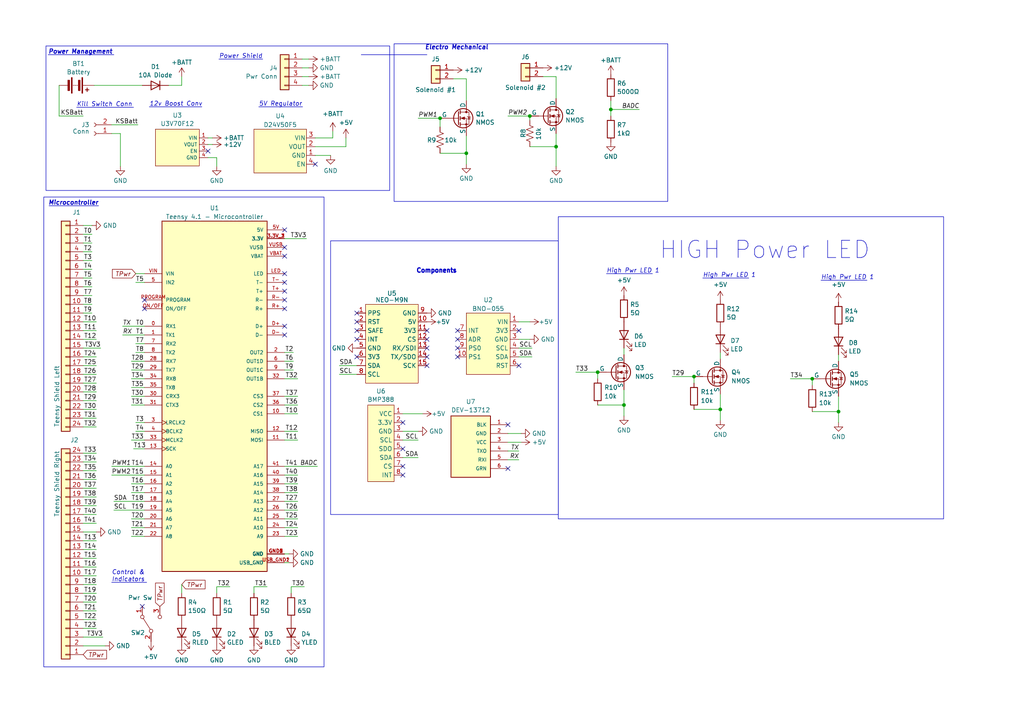
<source format=kicad_sch>
(kicad_sch (version 20230121) (generator eeschema)
  (paper "A4")
  (junction (at 177.165 31.75))
  (junction (at 235.585 109.855))
  (junction (at 180.975 117.475))
  (junction (at 208.915 118.745))
  (junction (at 135.255 44.45))
  (junction (at 243.205 119.38))
  (junction (at 161.29 42.545))
  (junction (at 127.635 34.29))
  (junction (at 201.295 109.22))
  (junction (at 153.67 33.655))
  (junction (at 173.355 107.95))
  (no_connect (at 103.505 90.805))
  (no_connect (at 132.715 100.965))
  (no_connect (at 147.32 123.19))
  (no_connect (at 82.55 94.615))
  (no_connect (at 150.495 95.885))
  (no_connect (at 147.32 135.89))
  (no_connect (at 132.715 98.425))
  (no_connect (at 123.825 95.885))
  (no_connect (at 82.55 84.455))
  (no_connect (at 123.825 103.505))
  (no_connect (at 123.825 98.425))
  (no_connect (at 60.325 43.815))
  (no_connect (at 103.505 98.425))
  (no_connect (at 82.55 86.995))
  (no_connect (at 103.505 93.345))
  (no_connect (at 41.91 89.535))
  (no_connect (at 116.84 130.175))
  (no_connect (at 82.55 74.295))
  (no_connect (at 91.44 47.625))
  (no_connect (at 132.715 95.885))
  (no_connect (at 123.825 106.045))
  (no_connect (at 41.275 175.895))
  (no_connect (at 116.84 122.555))
  (no_connect (at 132.715 103.505))
  (no_connect (at 103.505 103.505))
  (no_connect (at 82.55 71.755))
  (no_connect (at 116.84 137.795))
  (no_connect (at 82.55 66.675))
  (no_connect (at 41.91 86.995))
  (no_connect (at 82.55 97.155))
  (no_connect (at 150.495 106.045))
  (no_connect (at 82.55 79.375))
  (no_connect (at 103.505 95.885))
  (no_connect (at 123.825 100.965))
  (no_connect (at 82.55 81.915))
  (no_connect (at 116.84 135.255))
  (no_connect (at 82.55 89.535))
  (wire (pts (xy 24.13 106.045) (xy 27.94 106.045)))
  (wire (pts (xy 27.94 182.245) (xy 24.13 182.245)))
  (wire (pts (xy 147.32 130.81) (xy 150.495 130.81)))
  (wire (pts (xy 89.535 17.145) (xy 87.63 17.145)))
  (wire (pts (xy 24.13 111.125) (xy 27.94 111.125)))
  (wire (pts (xy 24.13 174.625) (xy 27.94 174.625)))
  (wire (pts (xy 82.55 155.575) (xy 86.36 155.575)))
  (wire (pts (xy 82.55 114.935) (xy 86.36 114.935)))
  (wire (pts (xy 24.13 118.745) (xy 27.94 118.745)))
  (wire (pts (xy 201.295 118.745) (xy 208.915 118.745)))
  (wire (pts (xy 39.37 102.235) (xy 41.91 102.235)))
  (wire (pts (xy 26.67 67.945) (xy 24.13 67.945)))
  (wire (pts (xy 121.285 34.29) (xy 127.635 34.29)))
  (wire (pts (xy 84.455 170.18) (xy 88.265 170.18)))
  (wire (pts (xy 24.13 169.545) (xy 27.94 169.545)))
  (wire (pts (xy 24.13 133.985) (xy 27.94 133.985)))
  (wire (pts (xy 39.37 122.555) (xy 41.91 122.555)))
  (wire (pts (xy 150.495 100.965) (xy 154.305 100.965)))
  (wire (pts (xy 27.94 179.705) (xy 24.13 179.705)))
  (wire (pts (xy 82.55 135.255) (xy 92.075 135.255)))
  (wire (pts (xy 180.975 113.03) (xy 180.975 117.475)))
  (wire (pts (xy 82.55 125.095) (xy 86.36 125.095)))
  (wire (pts (xy 87.63 24.765) (xy 89.535 24.765)))
  (wire (pts (xy 39.37 99.695) (xy 41.91 99.695)))
  (wire (pts (xy 135.255 47.625) (xy 135.255 44.45)))
  (wire (pts (xy 208.915 114.3) (xy 208.915 118.745)))
  (wire (pts (xy 83.82 163.195) (xy 82.55 163.195)))
  (wire (pts (xy 38.1 153.035) (xy 41.91 153.035)))
  (wire (pts (xy 82.55 153.035) (xy 86.36 153.035)))
  (wire (pts (xy 24.13 103.505) (xy 27.94 103.505)))
  (wire (pts (xy 82.55 147.955) (xy 86.36 147.955)))
  (wire (pts (xy 24.13 164.465) (xy 27.94 164.465)))
  (wire (pts (xy 24.13 73.025) (xy 26.67 73.025)))
  (wire (pts (xy 24.13 116.205) (xy 27.94 116.205)))
  (wire (pts (xy 82.55 117.475) (xy 86.36 117.475)))
  (wire (pts (xy 116.84 132.715) (xy 121.285 132.715)))
  (wire (pts (xy 32.385 135.255) (xy 41.91 135.255)))
  (wire (pts (xy 122.555 120.015) (xy 116.84 120.015)))
  (wire (pts (xy 77.47 170.18) (xy 73.66 170.18)))
  (wire (pts (xy 24.13 75.565) (xy 26.67 75.565)))
  (wire (pts (xy 177.165 29.21) (xy 177.165 31.75)))
  (wire (pts (xy 116.84 127.635) (xy 121.285 127.635)))
  (wire (pts (xy 201.295 109.22) (xy 201.295 111.125)))
  (wire (pts (xy 82.55 120.015) (xy 86.36 120.015)))
  (wire (pts (xy 39.37 125.095) (xy 41.91 125.095)))
  (wire (pts (xy 73.66 170.18) (xy 73.66 172.085)))
  (wire (pts (xy 98.425 106.045) (xy 103.505 106.045)))
  (wire (pts (xy 24.13 161.925) (xy 27.94 161.925)))
  (wire (pts (xy 24.13 139.065) (xy 27.94 139.065)))
  (wire (pts (xy 39.37 81.915) (xy 41.91 81.915)))
  (wire (pts (xy 87.63 22.225) (xy 89.535 22.225)))
  (wire (pts (xy 153.67 33.655) (xy 153.67 34.925)))
  (wire (pts (xy 38.1 104.775) (xy 41.91 104.775)))
  (wire (pts (xy 82.55 137.795) (xy 86.36 137.795)))
  (wire (pts (xy 135.255 29.21) (xy 135.255 22.86)))
  (wire (pts (xy 24.13 93.345) (xy 27.94 93.345)))
  (wire (pts (xy 32.385 36.195) (xy 40.005 36.195)))
  (wire (pts (xy 147.32 133.35) (xy 150.495 133.35)))
  (wire (pts (xy 98.425 108.585) (xy 103.505 108.585)))
  (wire (pts (xy 82.55 145.415) (xy 86.36 145.415)))
  (wire (pts (xy 243.205 119.38) (xy 243.205 122.555)))
  (wire (pts (xy 161.29 42.545) (xy 161.29 38.735)))
  (wire (pts (xy 24.13 100.965) (xy 29.21 100.965)))
  (wire (pts (xy 150.495 103.505) (xy 154.305 103.505)))
  (wire (pts (xy 173.355 107.95) (xy 173.355 109.855)))
  (wire (pts (xy 52.705 24.765) (xy 52.705 22.225)))
  (wire (pts (xy 82.55 127.635) (xy 86.36 127.635)))
  (wire (pts (xy 32.385 137.795) (xy 41.91 137.795)))
  (wire (pts (xy 127.635 34.29) (xy 127.635 36.83)))
  (wire (pts (xy 32.385 38.735) (xy 34.925 38.735)))
  (wire (pts (xy 24.13 88.265) (xy 26.67 88.265)))
  (wire (pts (xy 24.13 121.285) (xy 27.94 121.285)))
  (wire (pts (xy 24.13 172.085) (xy 27.94 172.085)))
  (wire (pts (xy 27.94 154.305) (xy 24.13 154.305)))
  (wire (pts (xy 194.945 109.22) (xy 201.295 109.22)))
  (wire (pts (xy 17.145 24.765) (xy 17.145 33.655)))
  (wire (pts (xy 24.13 108.585) (xy 27.94 108.585)))
  (wire (pts (xy 38.1 142.875) (xy 41.91 142.875)))
  (wire (pts (xy 235.585 119.38) (xy 243.205 119.38)))
  (wire (pts (xy 135.255 22.86) (xy 131.445 22.86)))
  (wire (pts (xy 24.13 131.445) (xy 27.94 131.445)))
  (wire (pts (xy 24.13 184.785) (xy 29.845 184.785)))
  (wire (pts (xy 82.55 150.495) (xy 86.36 150.495)))
  (wire (pts (xy 161.29 22.225) (xy 157.48 22.225)))
  (wire (pts (xy 96.52 40.005) (xy 91.44 40.005)))
  (wire (pts (xy 208.915 118.745) (xy 208.915 121.92)))
  (wire (pts (xy 127.635 44.45) (xy 135.255 44.45)))
  (wire (pts (xy 24.13 90.805) (xy 26.67 90.805)))
  (wire (pts (xy 151.13 128.27) (xy 147.32 128.27)))
  (wire (pts (xy 33.02 145.415) (xy 41.91 145.415)))
  (wire (pts (xy 26.67 70.485) (xy 24.13 70.485)))
  (wire (pts (xy 24.13 144.145) (xy 27.94 144.145)))
  (wire (pts (xy 52.705 169.545) (xy 52.705 172.085)))
  (wire (pts (xy 161.29 28.575) (xy 161.29 22.225)))
  (wire (pts (xy 84.455 172.085) (xy 84.455 170.18)))
  (wire (pts (xy 85.09 102.235) (xy 82.55 102.235)))
  (wire (pts (xy 82.55 107.315) (xy 85.09 107.315)))
  (wire (pts (xy 91.44 45.085) (xy 95.885 45.085)))
  (wire (pts (xy 61.595 41.91) (xy 60.325 41.91)))
  (wire (pts (xy 91.44 42.545) (xy 100.33 42.545)))
  (wire (pts (xy 38.1 127.635) (xy 41.91 127.635)))
  (wire (pts (xy 33.02 147.955) (xy 41.91 147.955)))
  (wire (pts (xy 96.52 38.1) (xy 96.52 40.005)))
  (wire (pts (xy 17.145 33.655) (xy 24.13 33.655)))
  (wire (pts (xy 177.165 31.75) (xy 177.165 33.655)))
  (wire (pts (xy 38.1 109.855) (xy 41.91 109.855)))
  (wire (pts (xy 153.67 93.345) (xy 150.495 93.345)))
  (wire (pts (xy 24.13 177.165) (xy 27.94 177.165)))
  (wire (pts (xy 87.63 19.685) (xy 89.535 19.685)))
  (wire (pts (xy 61.595 40.005) (xy 60.325 40.005)))
  (wire (pts (xy 82.55 109.855) (xy 86.36 109.855)))
  (wire (pts (xy 39.37 79.375) (xy 41.91 79.375)))
  (wire (pts (xy 151.13 125.73) (xy 147.32 125.73)))
  (wire (pts (xy 24.13 149.225) (xy 27.94 149.225)))
  (wire (pts (xy 38.1 155.575) (xy 41.91 155.575)))
  (wire (pts (xy 24.13 113.665) (xy 27.94 113.665)))
  (wire (pts (xy 38.1 107.315) (xy 41.91 107.315)))
  (wire (pts (xy 60.325 45.72) (xy 62.865 45.72)))
  (wire (pts (xy 24.13 83.185) (xy 26.67 83.185)))
  (wire (pts (xy 173.355 117.475) (xy 180.975 117.475)))
  (wire (pts (xy 38.1 112.395) (xy 41.91 112.395)))
  (wire (pts (xy 229.235 109.855) (xy 235.585 109.855)))
  (wire (pts (xy 38.1 140.335) (xy 41.91 140.335)))
  (wire (pts (xy 35.56 94.615) (xy 41.91 94.615)))
  (wire (pts (xy 24.13 156.845) (xy 27.94 156.845)))
  (wire (pts (xy 82.55 104.775) (xy 85.09 104.775)))
  (wire (pts (xy 177.165 31.75) (xy 185.42 31.75)))
  (wire (pts (xy 24.13 78.105) (xy 26.67 78.105)))
  (wire (pts (xy 180.975 117.475) (xy 180.975 120.65)))
  (wire (pts (xy 30.48 187.325) (xy 24.13 187.325)))
  (wire (pts (xy 24.13 136.525) (xy 27.94 136.525)))
  (wire (pts (xy 24.13 151.765) (xy 27.94 151.765)))
  (wire (pts (xy 38.1 150.495) (xy 41.91 150.495)))
  (wire (pts (xy 121.285 125.095) (xy 116.84 125.095)))
  (wire (pts (xy 243.205 102.87) (xy 243.205 104.775)))
  (wire (pts (xy 82.55 69.215) (xy 88.9 69.215)))
  (wire (pts (xy 82.55 142.875) (xy 86.36 142.875)))
  (wire (pts (xy 153.67 42.545) (xy 161.29 42.545)))
  (wire (pts (xy 48.895 24.765) (xy 52.705 24.765)))
  (wire (pts (xy 62.865 172.085) (xy 62.865 170.18)))
  (wire (pts (xy 235.585 109.855) (xy 235.585 111.76)))
  (wire (pts (xy 243.205 114.935) (xy 243.205 119.38)))
  (wire (pts (xy 83.82 160.655) (xy 82.55 160.655)))
  (wire (pts (xy 180.975 100.965) (xy 180.975 102.87)))
  (wire (pts (xy 24.13 159.385) (xy 27.94 159.385)))
  (wire (pts (xy 62.865 170.18) (xy 66.675 170.18)))
  (wire (pts (xy 153.67 98.425) (xy 150.495 98.425)))
  (wire (pts (xy 24.13 167.005) (xy 27.94 167.005)))
  (wire (pts (xy 24.13 123.825) (xy 27.94 123.825)))
  (wire (pts (xy 38.1 117.475) (xy 41.91 117.475)))
  (wire (pts (xy 35.56 97.155) (xy 41.91 97.155)))
  (wire (pts (xy 24.13 146.685) (xy 27.94 146.685)))
  (wire (pts (xy 24.13 85.725) (xy 26.67 85.725)))
  (wire (pts (xy 161.29 48.26) (xy 161.29 42.545)))
  (wire (pts (xy 24.13 141.605) (xy 27.94 141.605)))
  (wire (pts (xy 27.305 24.765) (xy 41.275 24.765)))
  (wire (pts (xy 38.735 130.175) (xy 41.91 130.175)))
  (wire (pts (xy 24.13 95.885) (xy 27.94 95.885)))
  (wire (pts (xy 208.915 102.235) (xy 208.915 104.14)))
  (wire (pts (xy 62.865 48.26) (xy 62.865 45.72)))
  (wire (pts (xy 38.1 114.935) (xy 41.91 114.935)))
  (wire (pts (xy 100.33 40.005) (xy 100.33 42.545)))
  (wire (pts (xy 24.13 98.425) (xy 27.94 98.425)))
  (wire (pts (xy 135.255 44.45) (xy 135.255 39.37)))
  (wire (pts (xy 167.005 107.95) (xy 173.355 107.95)))
  (wire (pts (xy 147.32 33.655) (xy 153.67 33.655)))
  (wire (pts (xy 34.925 38.735) (xy 34.925 48.26)))
  (wire (pts (xy 82.55 140.335) (xy 86.36 140.335)))
  (wire (pts (xy 26.67 65.405) (xy 24.13 65.405)))
  (wire (pts (xy 24.13 80.645) (xy 26.67 80.645)))
  (rectangle (start 203.835 80.645) (end 217.17 80.645))
  (rectangle (start 238.125 81.28) (end 251.46 81.28))
  (rectangle (start 14.224 59.69) (end 28.575 59.69))
  (rectangle (start 104.775 15.875) (end 123.825 15.875))
  (rectangle (start 13.335 13.335) (end 113.03 55.245))
  (rectangle (start 22.225 31.115) (end 38.735 31.115))
  (rectangle (start 114.3 12.7) (end 193.675 58.42))
  (rectangle (start 12.7 57.15) (end 93.98 193.421))
  (rectangle (start 32.385 168.91) (end 42.545 168.91))
  (rectangle (start 161.925 62.865) (end 273.685 150.495))
  (rectangle (start 13.97 15.875) (end 33.02 15.875))
  (rectangle (start 75.057 30.988) (end 87.757 30.988))
  (rectangle (start 63.5 17.145) (end 76.2 17.145))
  (rectangle (start 175.895 79.375) (end 189.23 79.375))
  (rectangle (start 95.885 69.85) (end 161.925 149.225))
  (rectangle (start 43.307 30.988) (end 58.547 30.988))
  (text "12v Boost Conv" (at 43.307 30.988 0) (effects (font (size 1.27 1.27) italic) (justify left bottom)))
  (text "Control &\nIndicators" (at 32.385 168.91 0) (effects (font (size 1.27 1.27) italic) (justify left bottom)))
  (text "Components" (at 120.65 79.375 0) (effects (font (size 1.27 1.27) (thickness 1) bold) (justify left bottom)))
  (text "High Pwr LED 1" (at 203.835 80.645 0) (effects (font (size 1.27 1.27) italic) (justify left bottom)))
  (text "5V Regulator" (at 75.057 30.988 0) (effects (font (size 1.27 1.27) italic) (justify left bottom)))
  (text "Electro Mechanical" (at 123.19 14.605 0) (effects (font (size 1.27 1.27) (thickness 0.254) bold italic) (justify left bottom)))
  (text "Power Shield" (at 63.5 17.145 0) (effects (font (size 1.27 1.27) italic) (justify left bottom)))
  (text "Kill Switch Conn" (at 22.225 31.115 0) (effects (font (size 1.27 1.27) italic) (justify left bottom)))
  (text "Microcontroller" (at 13.97 59.69 0) (effects (font (size 1.27 1.27) (thickness 0.254) bold italic) (justify left bottom)))
  (text "High Pwr LED 1" (at 175.895 79.375 0) (effects (font (size 1.27 1.27) italic) (justify left bottom)))
  (text "HIGH Power LED" (at 191.135 75.565 0) (effects (font (size 5 5)) (justify left bottom)))
  (text "Power Management" (at 13.97 15.875 0) (effects (font (size 1.27 1.27) (thickness 0.254) bold italic) (justify left bottom)))
  (text "High Pwr LED 1" (at 238.125 81.28 0) (effects (font (size 1.27 1.27) italic) (justify left bottom)))
  (label "SCL" (at 98.425 108.585 0))
  (label "T31" (at 77.47 170.18 180))
  (label "T21" (at 38.1 153.035 0))
  (label "T19" (at 38.1 147.955 0))
  (label "T30" (at 38.1 114.935 0))
  (label "T27" (at 86.36 145.415 180))
  (label "T26" (at 27.94 108.585 180))
  (label "T27" (at 27.94 111.125 180))
  (label "PWM2" (at 147.32 33.655 0) (effects (font italic)))
  (label "T18" (at 27.94 169.545 180))
  (label "T33" (at 27.94 131.445 180))
  (label "T10" (at 86.36 120.015 180))
  (label "T2" (at 26.67 73.025 180))
  (label "PWM1" (at 32.385 135.255 0) (effects (font italic)))
  (label "T33" (at 38.1 127.635 0))
  (label "TX" (at 150.495 130.81 180) (effects (font italic)))
  (label "T34" (at 27.94 133.985 180))
  (label "T35" (at 38.1 112.395 0))
  (label "T28" (at 27.94 113.665 180))
  (label "T16" (at 27.94 164.465 180))
  (label "T0" (at 39.37 94.615 0))
  (label "T3V3" (at 29.845 184.785 180))
  (label "T36" (at 86.36 117.475 180))
  (label "T38" (at 27.94 144.145 180))
  (label "SCL" (at 121.285 127.635 180))
  (label "T38" (at 86.36 142.875 180))
  (label "T35" (at 27.94 136.525 180))
  (label "T30" (at 27.94 118.745 180))
  (label "T26" (at 86.36 147.955 180))
  (label "T11" (at 86.36 127.635 180))
  (label "T41" (at 86.36 135.255 180))
  (label "T36" (at 27.94 139.065 180))
  (label "T25" (at 86.36 150.495 180))
  (label "T20" (at 27.94 174.625 180))
  (label "T17" (at 27.94 167.005 180))
  (label "T7" (at 39.37 99.695 0))
  (label "T34" (at 229.235 109.855 0))
  (label "T8" (at 39.37 102.235 0))
  (label "T39" (at 86.36 140.335 180))
  (label "T7" (at 26.67 85.725 180))
  (label "T31" (at 27.94 121.285 180))
  (label "T29" (at 38.1 107.315 0))
  (label "TX" (at 35.56 94.615 0) (effects (font italic)))
  (label "T33" (at 167.005 107.95 0))
  (label "T8" (at 26.67 88.265 180))
  (label "T17" (at 38.1 142.875 0))
  (label "KSBatt" (at 40.005 36.195 180))
  (label "RX" (at 35.56 97.155 0) (effects (font italic)))
  (label "T14" (at 27.94 159.385 180))
  (label "T29" (at 27.94 116.205 180))
  (label "T10" (at 27.94 93.345 180))
  (label "SDA" (at 33.02 145.415 0))
  (label "T40" (at 86.36 137.795 180))
  (label "T5" (at 39.37 81.915 0))
  (label "BADC" (at 92.075 135.255 180) (effects (font italic)))
  (label "T2" (at 85.09 102.235 180))
  (label "T37" (at 27.94 141.605 180))
  (label "T16" (at 38.1 140.335 0))
  (label "T13" (at 38.735 130.175 0))
  (label "SDA" (at 154.305 103.505 180))
  (label "T14" (at 38.1 135.255 0))
  (label "T41" (at 27.94 151.765 180))
  (label "T34" (at 38.1 109.855 0))
  (label "T0" (at 26.67 67.945 180))
  (label "T19" (at 27.94 172.085 180))
  (label "RX" (at 150.495 133.35 180) (effects (font italic)))
  (label "T15" (at 38.1 137.795 0))
  (label "T9" (at 26.67 90.805 180))
  (label "T6" (at 85.09 104.775 180))
  (label "T37" (at 86.36 114.935 180))
  (label "T6" (at 26.67 83.185 180))
  (label "T4" (at 26.67 78.105 180))
  (label "T40" (at 27.94 149.225 180))
  (label "T9" (at 85.09 107.315 180))
  (label "PWM1" (at 121.285 34.29 0) (effects (font italic)))
  (label "T3" (at 39.37 122.555 0))
  (label "T1" (at 39.37 97.155 0))
  (label "T18" (at 38.1 145.415 0))
  (label "T25" (at 27.94 106.045 180))
  (label "T3V3" (at 29.21 100.965 180))
  (label "PWM2" (at 32.385 137.795 0))
  (label "T32" (at 27.94 123.825 180))
  (label "T13" (at 27.94 156.845 180))
  (label "T12" (at 27.94 98.425 180))
  (label "T24" (at 27.94 103.505 180))
  (label "KSBatt" (at 24.13 33.655 180))
  (label "T31" (at 38.1 117.475 0))
  (label "T11" (at 27.94 95.885 180))
  (label "T24" (at 86.36 153.035 180))
  (label "T30" (at 88.265 170.18 180))
  (label "SCL" (at 33.02 147.955 0))
  (label "BADC" (at 185.42 31.75 180) (effects (font italic)))
  (label "SDA" (at 98.425 106.045 0))
  (label "T29" (at 194.945 109.22 0))
  (label "T32" (at 66.675 170.18 180))
  (label "T1" (at 26.67 70.485 180))
  (label "T23" (at 86.36 155.575 180))
  (label "T23" (at 27.94 182.245 180))
  (label "T22" (at 38.1 155.575 0))
  (label "T28" (at 38.1 104.775 0))
  (label "T21" (at 27.94 177.165 180))
  (label "T3V3" (at 88.9 69.215 180))
  (label "T22" (at 27.94 179.705 180))
  (label "T20" (at 38.1 150.495 0))
  (label "T12" (at 86.36 125.095 180))
  (label "T4" (at 39.37 125.095 0))
  (label "SCL" (at 154.305 100.965 180))
  (label "T5" (at 26.67 80.645 180))
  (label "SDA" (at 121.285 132.715 180))
  (label "T32" (at 86.36 109.855 180))
  (label "T3" (at 26.67 75.565 180))
  (label "T15" (at 27.94 161.925 180))
  (label "T39" (at 27.94 146.685 180))
  (global_label "TPwr" (shape input) (at 46.355 175.895 90) (effects (font italic)) (property "Intersheetrefs" "${INTERSHEET_REFS}" (effects hide)))
  (global_label "TPwr" (shape input) (at 24.13 189.865 0) (effects (font italic)) (property "Intersheetrefs" "${INTERSHEET_REFS}" (effects hide)))
  (global_label "TPwr" (shape input) (at 52.705 169.545 0) (effects (font italic)) (property "Intersheetrefs" "${INTERSHEET_REFS}" (effects hide)))
  (global_label "TPwr" (shape input) (at 39.37 79.375 180) (effects (font italic)) (property "Intersheetrefs" "${INTERSHEET_REFS}" (effects hide)))
  (symbol (lib_id "power:GND") (at 123.825 90.805 90) (unit 1)
    (property "Reference" "#PWR034" (effects hide))
    (property "Value" "GND" (at 127 90.805 90) (effects (justify right)))
  )
  (symbol (lib_id "Simulation_SPICE:NMOS") (at 178.435 107.95 0) (unit 1)
    (property "Reference" "Q3" (at 184.15 106.68 0) (effects (justify left)))
    (property "Value" "NMOS" (at 184.15 109.22 0) (effects (justify left)))
    (property "Footprint" "SHC:SOT23_DMG3406_DIO" (effects hide))
    (property "Datasheet" "https://ngspice.sourceforge.io/docs/ngspice-manual.pdf" (effects hide))
    (property "Sim.Device" "NMOS" (effects hide))
    (property "Sim.Type" "VDMOS" (effects hide))
    (property "Sim.Pins" "1=D 2=G 3=S" (effects hide))
  )
  (symbol (lib_id "power:GND") (at 135.255 47.625 0) (unit 1)
    (property "Reference" "#PWR024" (effects hide))
    (property "Value" "GND" (at 135.255 51.7581 0))
  )
  (symbol (lib_id "neo-m9n:NEO-M9N") (at 113.665 86.995 0) (unit 1)
    (property "Reference" "U5" (at 113.665 85.09 0))
    (property "Value" "NEO-M9N" (at 113.665 86.995 0))
    (property "Footprint" "SHC Part 2:NEO-M9N" (effects hide))
  )
  (symbol (lib_id "Device:Battery") (at 22.225 24.765 270) (unit 1)
    (property "Reference" "BT1" (at 22.7965 18.4617 90))
    (property "Value" "Battery" (at 22.7965 20.8859 90))
    (property "Footprint" "Connector_JST:JST_XA_B02B-XASK-1_1x02_P2.50mm_Vertical" (effects hide))
  )
  (symbol (lib_id "power:GND") (at 177.165 41.275 0) (unit 1)
    (property "Reference" "#PWR029" (effects hide))
    (property "Value" "GND" (at 177.165 45.4081 0))
  )
  (symbol (lib_id "power:GND") (at 26.67 65.405 90) (unit 1)
    (property "Reference" "#PWR01" (effects hide))
    (property "Value" "GND" (at 29.845 65.405 90) (effects (justify right)))
  )
  (symbol (lib_id "power:GND") (at 83.82 163.195 90) (unit 1)
    (property "Reference" "#PWR03" (effects hide))
    (property "Value" "GND" (at 86.995 163.195 90) (effects (justify right)))
  )
  (symbol (lib_id "power:GND") (at 161.29 48.26 0) (unit 1)
    (property "Reference" "#PWR026" (effects hide))
    (property "Value" "GND" (at 161.29 52.3931 0))
  )
  (symbol (lib_id "Device:R") (at 173.355 113.665 0) (unit 1)
    (property "Reference" "R10" (at 175.26 112.395 0) (effects (justify left)))
    (property "Value" "10k" (at 175.26 114.935 0) (effects (justify left)))
    (property "Footprint" "Resistor_SMD:R_0603_1608Metric_Pad0.98x0.95mm_HandSolder" (effects hide))
  )
  (symbol (lib_id "power:+BATT") (at 61.595 40.005 270) (unit 1)
    (property "Reference" "#PWR013" (effects hide))
    (property "Value" "+BATT" (at 64.77 40.005 90) (effects (justify left)))
  )
  (symbol (lib_id "Device:R_US") (at 153.67 38.735 0) (unit 1)
    (property "Reference" "R8" (at 151.765 40.005 90) (effects (justify left)))
    (property "Value" "10k" (at 156.21 40.64 90) (effects (justify left)))
    (property "Footprint" "Resistor_SMD:R_0603_1608Metric_Pad0.98x0.95mm_HandSolder" (effects hide))
  )
  (symbol (lib_id "power:GND") (at 180.975 120.65 0) (unit 1)
    (property "Reference" "#PWR05" (effects hide))
    (property "Value" "GND" (at 180.975 124.7831 0))
  )
  (symbol (lib_id "power:+5V") (at 180.975 85.725 0) (unit 1)
    (property "Reference" "#PWR042" (effects hide))
    (property "Value" "+5V" (at 180.975 81.28 0))
  )
  (symbol (lib_id "Device:LED") (at 180.975 97.155 90) (unit 1)
    (property "Reference" "D6" (at 183.896 97.5304 90) (effects (justify right)))
    (property "Value" "LED" (at 183.896 99.9546 90) (effects (justify right)))
    (property "Footprint" "Connector_JST:JST_XA_B02B-XASK-1_1x02_P2.50mm_Vertical" (effects hide))
  )
  (symbol (lib_id "power:+BATT") (at 89.535 17.145 270) (unit 1)
    (property "Reference" "#PWR019" (effects hide))
    (property "Value" "+BATT" (at 92.71 17.145 90) (effects (justify left)))
  )
  (symbol (lib_id "Simulation_SPICE:NMOS") (at 206.375 109.22 0) (unit 1)
    (property "Reference" "Q4" (at 212.09 107.95 0) (effects (justify left)))
    (property "Value" "NMOS" (at 212.09 110.49 0) (effects (justify left)))
    (property "Footprint" "SHC:SOT23_DMG3406_DIO" (effects hide))
    (property "Datasheet" "https://ngspice.sourceforge.io/docs/ngspice-manual.pdf" (effects hide))
    (property "Sim.Device" "NMOS" (effects hide))
    (property "Sim.Type" "VDMOS" (effects hide))
    (property "Sim.Pins" "1=D 2=G 3=S" (effects hide))
  )
  (symbol (lib_id "Device:R") (at 177.165 25.4 0) (unit 1)
    (property "Reference" "R6" (at 178.943 24.1879 0) (effects (justify left)))
    (property "Value" "5000Ω" (at 178.943 26.6121 0) (effects (justify left)))
    (property "Footprint" "Resistor_SMD:R_0603_1608Metric_Pad0.98x0.95mm_HandSolder" (effects hide))
  )
  (symbol (lib_id "power:GND") (at 89.535 24.765 90) (unit 1)
    (property "Reference" "#PWR022" (effects hide))
    (property "Value" "GND" (at 92.71 24.765 90) (effects (justify right)))
  )
  (symbol (lib_id "Device:R") (at 180.975 89.535 0) (unit 1)
    (property "Reference" "R5" (at 182.753 88.3229 0) (effects (justify left)))
    (property "Value" "5Ω" (at 182.753 90.7471 0) (effects (justify left)))
    (property "Footprint" "Resistor_SMD:R_0603_1608Metric_Pad0.98x0.95mm_HandSolder" (effects hide))
  )
  (symbol (lib_id "Connector_Generic:Conn_01x02") (at 126.365 20.32 0) (mirror y) (unit 1)
    (property "Reference" "J5" (at 126.365 17.145 0))
    (property "Value" "Solenoid #1" (at 126.365 26.035 0))
    (property "Footprint" "Connector_JST:JST_XA_B02B-XASK-1_1x02_P2.50mm_Vertical" (effects hide))
  )
  (symbol (lib_id "Connector:Conn_01x02_Socket") (at 27.305 38.735 180) (unit 1)
    (property "Reference" "J3" (at 24.765 36.195 0))
    (property "Value" "Conn" (at 23.495 38.1 0))
    (property "Footprint" "Connector_JST:JST_XA_B02B-XASK-1_1x02_P2.50mm_Vertical" (effects hide))
  )
  (symbol (lib_id "power:GND") (at 95.885 45.085 0) (unit 1)
    (property "Reference" "#PWR017" (effects hide))
    (property "Value" "GND" (at 95.885 49.53 0))
  )
  (symbol (lib_id "Device:R") (at 208.915 90.805 0) (unit 1)
    (property "Reference" "R12" (at 210.693 89.5929 0) (effects (justify left)))
    (property "Value" "5Ω" (at 210.693 92.0171 0) (effects (justify left)))
    (property "Footprint" "Resistor_SMD:R_0603_1608Metric_Pad0.98x0.95mm_HandSolder" (effects hide))
  )
  (symbol (lib_id "Connector_Generic:Conn_01x24") (at 19.05 93.345 0) (mirror y) (unit 1)
    (property "Reference" "J1" (at 22.225 61.595 0))
    (property "Value" "Teensy Shield Left" (at 16.51 114.935 90))
    (property "Footprint" "Connector_PinHeader_2.54mm:PinHeader_1x24_P2.54mm_Vertical" (effects hide))
  )
  (symbol (lib_id "Device:LED") (at 208.915 98.425 90) (unit 1)
    (property "Reference" "D7" (at 211.836 98.8004 90) (effects (justify right)))
    (property "Value" "LED" (at 211.836 101.2246 90) (effects (justify right)))
    (property "Footprint" "Connector_JST:JST_XA_B02B-XASK-1_1x02_P2.50mm_Vertical" (effects hide))
  )
  (symbol (lib_id "power:+BATT") (at 89.535 22.225 270) (unit 1)
    (property "Reference" "#PWR020" (effects hide))
    (property "Value" "+BATT" (at 92.71 22.225 90) (effects (justify left)))
  )
  (symbol (lib_id "Device:LED") (at 243.205 99.06 90) (unit 1)
    (property "Reference" "D8" (at 246.126 99.4354 90) (effects (justify right)))
    (property "Value" "LED" (at 246.126 101.8596 90) (effects (justify right)))
    (property "Footprint" "Connector_JST:JST_XA_B02B-XASK-1_1x02_P2.50mm_Vertical" (effects hide))
  )
  (symbol (lib_id "power:+5V") (at 151.13 128.27 270) (unit 1)
    (property "Reference" "#PWR039" (effects hide))
    (property "Value" "+5V" (at 154.305 128.27 90) (effects (justify left)))
  )
  (symbol (lib_id "power:GND") (at 208.915 121.92 0) (unit 1)
    (property "Reference" "#PWR040" (effects hide))
    (property "Value" "GND" (at 208.915 126.0531 0))
  )
  (symbol (lib_id "power:GND") (at 62.865 48.26 0) (unit 1)
    (property "Reference" "#PWR014" (effects hide))
    (property "Value" "GND" (at 62.865 52.3931 0))
  )
  (symbol (lib_id "Device:LED") (at 84.455 183.515 90) (unit 1)
    (property "Reference" "D4" (at 87.376 183.8904 90) (effects (justify right)))
    (property "Value" "YLED" (at 87.376 186.3146 90) (effects (justify right)))
    (property "Footprint" "0603LED:LED_150060VS55040" (effects hide))
  )
  (symbol (lib_id "Device:LED") (at 62.865 183.515 90) (unit 1)
    (property "Reference" "D2" (at 65.786 183.8904 90) (effects (justify right)))
    (property "Value" "GLED" (at 65.786 186.3146 90) (effects (justify right)))
    (property "Footprint" "0603LED:LED_150060VS55040" (effects hide))
  )
  (symbol (lib_id "power:+5V") (at 123.825 93.345 270) (unit 1)
    (property "Reference" "#PWR031" (effects hide))
    (property "Value" "+5V" (at 126.365 93.345 90) (effects (justify left)))
  )
  (symbol (lib_id "power:GND") (at 27.94 154.305 90) (mirror x) (unit 1)
    (property "Reference" "#PWR07" (effects hide))
    (property "Value" "GND" (at 31.115 154.305 90) (effects (justify right)))
  )
  (symbol (lib_id "power:GND") (at 34.925 48.26 0) (unit 1)
    (property "Reference" "#PWR012" (effects hide))
    (property "Value" "GND" (at 34.925 52.3931 0))
  )
  (symbol (lib_id "power:GND") (at 73.66 187.325 0) (unit 1)
    (property "Reference" "#PWR030" (effects hide))
    (property "Value" "GND" (at 73.66 191.4581 0))
  )
  (symbol (lib_id "Device:R") (at 177.165 37.465 0) (unit 1)
    (property "Reference" "R7" (at 178.943 36.2529 0) (effects (justify left)))
    (property "Value" "1kΩ" (at 178.943 38.6771 0) (effects (justify left)))
    (property "Footprint" "Resistor_SMD:R_0603_1608Metric_Pad0.98x0.95mm_HandSolder" (effects hide))
  )
  (symbol (lib_id "power:+5V") (at 43.815 186.055 180) (unit 1)
    (property "Reference" "#PWR06" (effects hide))
    (property "Value" "+5V" (at 45.72 190.5 0) (effects (justify left)))
  )
  (symbol (lib_id "Connector_Generic:Conn_01x04") (at 82.55 19.685 0) (mirror y) (unit 1)
    (property "Reference" "J4" (at 80.518 19.7429 0) (effects (justify left)))
    (property "Value" "Pwr Conn" (at 80.518 22.1671 0) (effects (justify left)))
    (property "Footprint" "Connector_PinHeader_2.54mm:PinHeader_1x04_P2.54mm_Vertical" (effects hide))
  )
  (symbol (lib_id "Device:LED") (at 52.705 183.515 90) (unit 1)
    (property "Reference" "D5" (at 55.626 183.8904 90) (effects (justify right)))
    (property "Value" "RLED" (at 55.626 186.3146 90) (effects (justify right)))
    (property "Footprint" "0603LED:LED_150060VS55040" (effects hide))
  )
  (symbol (lib_id "power:+BATT") (at 52.705 22.225 0) (unit 1)
    (property "Reference" "#PWR011" (effects hide))
    (property "Value" "+BATT" (at 52.705 18.0919 0))
  )
  (symbol (lib_id "Simulation_SPICE:NMOS") (at 158.75 33.655 0) (unit 1)
    (property "Reference" "Q2" (at 163.957 32.4429 0) (effects (justify left)))
    (property "Value" "NMOS" (at 163.957 34.8671 0) (effects (justify left)))
    (property "Footprint" "SHC:SOT23_DMG3406_DIO" (effects hide))
    (property "Datasheet" "https://ngspice.sourceforge.io/docs/ngspice-manual.pdf" (effects hide))
    (property "Sim.Device" "NMOS" (effects hide))
    (property "Sim.Type" "VDMOS" (effects hide))
    (property "Sim.Pins" "1=D 2=G 3=S" (effects hide))
  )
  (symbol (lib_id "Simulation_SPICE:NMOS") (at 132.715 34.29 0) (unit 1)
    (property "Reference" "Q1" (at 137.922 33.0779 0) (effects (justify left)))
    (property "Value" "NMOS" (at 137.922 35.5021 0) (effects (justify left)))
    (property "Footprint" "SHC:SOT23_DMG3406_DIO" (effects hide))
    (property "Datasheet" "https://ngspice.sourceforge.io/docs/ngspice-manual.pdf" (effects hide))
    (property "Sim.Device" "NMOS" (effects hide))
    (property "Sim.Type" "VDMOS" (effects hide))
    (property "Sim.Pins" "1=D 2=G 3=S" (effects hide))
  )
  (symbol (lib_id "Device:R") (at 243.205 91.44 0) (unit 1)
    (property "Reference" "R14" (at 244.983 90.2279 0) (effects (justify left)))
    (property "Value" "5Ω" (at 244.983 92.6521 0) (effects (justify left)))
    (property "Footprint" "Resistor_SMD:R_0603_1608Metric_Pad0.98x0.95mm_HandSolder" (effects hide))
  )
  (symbol (lib_id "Device:D") (at 45.085 24.765 180) (unit 1)
    (property "Reference" "D1" (at 45.085 19.3507 0))
    (property "Value" "10A Diode" (at 45.085 21.7749 0))
    (property "Footprint" "Diode_THT:D_DO-34_SOD68_P2.54mm_Vertical_KathodeUp" (effects hide))
    (property "Sim.Device" "D" (effects hide))
    (property "Sim.Pins" "1=K 2=A" (effects hide))
  )
  (symbol (lib_id "power:GND") (at 89.535 19.685 90) (unit 1)
    (property "Reference" "#PWR021" (effects hide))
    (property "Value" "GND" (at 92.71 19.685 90) (effects (justify right)))
  )
  (symbol (lib_id "SpaceHardwareClub:BMP388") (at 110.49 116.205 0) (unit 1)
    (property "Reference" "U6" (at 110.49 113.4577 0))
    (property "Value" "BMP388" (at 110.49 115.8819 0))
    (property "Footprint" "SHC:BMP388" (effects hide))
  )
  (symbol (lib_id "SpaceHardwareClub:U3V70F12") (at 51.435 34.29 0) (unit 1)
    (property "Reference" "U3" (at 51.435 33.4477 0))
    (property "Value" "U3V70F12" (at 51.435 35.8719 0))
    (property "Footprint" "SHC:U3V70F12" (effects hide))
  )
  (symbol (lib_id "Device:R") (at 52.705 175.895 0) (unit 1)
    (property "Reference" "R4" (at 54.483 174.6829 0) (effects (justify left)))
    (property "Value" "150Ω" (at 54.483 177.1071 0) (effects (justify left)))
    (property "Footprint" "Resistor_SMD:R_0603_1608Metric_Pad0.98x0.95mm_HandSolder" (effects hide))
  )
  (symbol (lib_id "power:GND") (at 103.505 100.965 270) (unit 1)
    (property "Reference" "#PWR035" (effects hide))
    (property "Value" "GND" (at 100.3301 100.965 90) (effects (justify right)))
  )
  (symbol (lib_id "power:+BATT") (at 177.165 21.59 0) (unit 1)
    (property "Reference" "#PWR027" (effects hide))
    (property "Value" "+BATT" (at 177.165 17.4569 0))
  )
  (symbol (lib_id "power:+5V") (at 153.67 93.345 270) (unit 1)
    (property "Reference" "#PWR08" (effects hide))
    (property "Value" "+5V" (at 156.21 93.345 90) (effects (justify left)))
  )
  (symbol (lib_id "power:+BATT") (at 96.52 38.1 0) (unit 1)
    (property "Reference" "#PWR010" (effects hide))
    (property "Value" "+BATT" (at 96.52 33.02 0))
  )
  (symbol (lib_id "power:+5V") (at 100.33 40.005 0) (unit 1)
    (property "Reference" "#PWR016" (effects hide))
    (property "Value" "+5V" (at 100.33 35.56 0))
  )
  (symbol (lib_id "Device:R") (at 201.295 114.935 0) (unit 1)
    (property "Reference" "R11" (at 203.2 113.665 0) (effects (justify left)))
    (property "Value" "10k" (at 203.2 116.205 0) (effects (justify left)))
    (property "Footprint" "Resistor_SMD:R_0603_1608Metric_Pad0.98x0.95mm_HandSolder" (effects hide))
  )
  (symbol (lib_id "Device:R") (at 84.455 175.895 0) (unit 1)
    (property "Reference" "R3" (at 86.233 174.6829 0) (effects (justify left)))
    (property "Value" "65Ω" (at 86.233 177.1071 0) (effects (justify left)))
    (property "Footprint" "Resistor_SMD:R_0603_1608Metric_Pad0.98x0.95mm_HandSolder" (effects hide))
  )
  (symbol (lib_id "OpenLog_dev-13712:DEV-13712") (at 135.89 128.27 0) (unit 1)
    (property "Reference" "U7" (at 136.525 116.5057 0))
    (property "Value" "DEV-13712" (at 136.525 118.9299 0))
    (property "Footprint" "SHC Part 2:OpenLog_DEV-13712" (effects hide))
    (property "DigiKey_Part_Number" "1568-1368-ND" (effects hide))
    (property "MF" "SparkFun Electronics" (effects hide))
    (property "Purchase-URL" "https://www.snapeda.com/api/url_track_click_mouser/?unipart_id=3226356&manufacturer=SparkFun Electronics&part_name=DEV-13712&search_term=openlogger" (effects hide))
    (property "Package" "None" (effects hide))
    (property "Check_prices" "https://www.snapeda.com/parts/DEV-13712/SparkFun+Electronics/view-part/?ref=eda" (effects hide))
    (property "STANDARD" "Manufacturer Recommendations" (effects hide))
    (property "PARTREV" "v15" (effects hide))
    (property "SnapEDA_Link" "https://www.snapeda.com/parts/DEV-13712/SparkFun+Electronics/view-part/?ref=snap" (effects hide))
    (property "MP" "DEV-13712" (effects hide))
    (property "Description" "\nATmega328 Data Logger Memory Evaluation Board\n" (effects hide))
    (property "MANUFACTURER" "SparkFun" (effects hide))
    (property "SNAPEDA_PN" "DEV-13712" (effects hide))
  )
  (symbol (lib_id "Teensy4-1:DEV-16771") (at 62.23 114.935 0) (unit 1)
    (property "Reference" "U1" (at 62.23 60.325 0))
    (property "Value" "Teensy 4.1 - Microcontroller" (at 62.23 62.865 0))
    (property "Footprint" "Teensy 4.1:MODULE_Teensy4-1" (effects hide))
    (property "MF" "SparkFun Electronics" (effects hide))
    (property "MAXIMUM_PACKAGE_HEIGHT" "4.07mm" (effects hide))
    (property "Package" "None" (effects hide))
    (property "Price" "None" (effects hide))
    (property "Check_prices" "https://www.snapeda.com/parts/DEV-16771/SparkFun+Electronics/view-part/?ref=eda" (effects hide))
    (property "STANDARD" "Manufacturer recommendations" (effects hide))
    (property "PARTREV" "4.1" (effects hide))
    (property "SnapEDA_Link" "https://www.snapeda.com/parts/DEV-16771/SparkFun+Electronics/view-part/?ref=snap" (effects hide))
    (property "MP" "DEV-16771" (effects hide))
    (property "Purchase-URL" "https://www.snapeda.com/api/url_track_click_mouser/?unipart_id=4833875&manufacturer=SparkFun Electronics&part_name=DEV-16771&search_term=teensy 4.1" (effects hide))
    (property "Description" "\nRT1062 Teensy 4.1 series ARM® Cortex®-M7 MPU Embedded Evaluation Board\n" (effects hide))
    (property "Availability" "In Stock" (effects hide))
    (property "MANUFACTURER" "SparkFun Electronics" (effects hide))
  )
  (symbol (lib_id "SpaceHardwareClub:BNO-055") (at 141.605 89.535 0) (unit 1)
    (property "Reference" "U2" (at 141.605 86.995 0))
    (property "Value" "BNO-055" (at 141.605 89.535 0))
    (property "Footprint" "SHC:BNO-055 Stemma Qt" (effects hide))
  )
  (symbol (lib_id "Device:R") (at 235.585 115.57 0) (unit 1)
    (property "Reference" "R13" (at 237.49 114.3 0) (effects (justify left)))
    (property "Value" "10k" (at 237.49 116.84 0) (effects (justify left)))
    (property "Footprint" "Resistor_SMD:R_0603_1608Metric_Pad0.98x0.95mm_HandSolder" (effects hide))
  )
  (symbol (lib_id "power:+5V") (at 208.915 86.995 0) (unit 1)
    (property "Reference" "#PWR043" (effects hide))
    (property "Value" "+5V" (at 208.915 82.55 0))
  )
  (symbol (lib_id "power:GND") (at 62.865 187.325 0) (unit 1)
    (property "Reference" "#PWR028" (effects hide))
    (property "Value" "GND" (at 62.865 191.4581 0))
  )
  (symbol (lib_id "power:GND") (at 30.48 187.325 90) (mirror x) (unit 1)
    (property "Reference" "#PWR04" (effects hide))
    (property "Value" "GND" (at 33.655 187.325 90) (effects (justify right)))
  )
  (symbol (lib_id "Device:LED") (at 73.66 183.515 90) (unit 1)
    (property "Reference" "D3" (at 76.581 183.8904 90) (effects (justify right)))
    (property "Value" "BLED" (at 76.581 186.3146 90) (effects (justify right)))
    (property "Footprint" "0603LED:LED_150060VS55040" (effects hide))
  )
  (symbol (lib_id "power:GND") (at 121.285 125.095 90) (unit 1)
    (property "Reference" "#PWR037" (effects hide))
    (property "Value" "GND" (at 124.46 125.095 90) (effects (justify right)))
  )
  (symbol (lib_id "power:GND") (at 151.13 125.73 90) (unit 1)
    (property "Reference" "#PWR038" (effects hide))
    (property "Value" "GND" (at 154.305 125.73 90) (effects (justify right)))
  )
  (symbol (lib_id "power:+12V") (at 131.445 20.32 270) (unit 1)
    (property "Reference" "#PWR023" (effects hide))
    (property "Value" "+12V" (at 134.62 20.32 90) (effects (justify left)))
  )
  (symbol (lib_id "power:+5V") (at 122.555 120.015 270) (unit 1)
    (property "Reference" "#PWR036" (effects hide))
    (property "Value" "+5V" (at 125.095 120.015 90) (effects (justify left)))
  )
  (symbol (lib_id "AP1084D50G_13:AP1084D50G-13") (at 81.28 37.465 0) (unit 1)
    (property "Reference" "U4" (at 81.28 33.655 0))
    (property "Value" "D24V50F5" (at 81.28 36.195 0))
    (property "Footprint" "SHC:Pololu 5v Reg" (effects hide))
  )
  (symbol (lib_id "power:GND") (at 52.705 187.325 0) (unit 1)
    (property "Reference" "#PWR033" (effects hide))
    (property "Value" "GND" (at 52.705 191.4581 0))
  )
  (symbol (lib_id "power:GND") (at 243.205 122.555 0) (unit 1)
    (property "Reference" "#PWR041" (effects hide))
    (property "Value" "GND" (at 243.205 126.6881 0))
  )
  (symbol (lib_id "Switch:SW_SPDT") (at 43.815 180.975 90) (unit 1)
    (property "Reference" "SW2" (at 40.005 183.515 90))
    (property "Value" "Pwr Sw" (at 40.64 173.355 90))
    (property "Footprint" "1101M Switch:SW_1101M2S3CQE2" (effects hide))
  )
  (symbol (lib_id "power:GND") (at 83.82 160.655 90) (unit 1)
    (property "Reference" "#PWR02" (effects hide))
    (property "Value" "GND" (at 86.995 160.655 90) (effects (justify right)))
  )
  (symbol (lib_id "power:+12V") (at 157.48 19.685 270) (unit 1)
    (property "Reference" "#PWR025" (effects hide))
    (property "Value" "+12V" (at 160.655 19.685 90) (effects (justify left)))
  )
  (symbol (lib_id "Simulation_SPICE:NMOS") (at 240.665 109.855 0) (unit 1)
    (property "Reference" "Q5" (at 246.38 108.585 0) (effects (justify left)))
    (property "Value" "NMOS" (at 246.38 111.125 0) (effects (justify left)))
    (property "Footprint" "SHC:SOT23_DMG3406_DIO" (effects hide))
    (property "Datasheet" "https://ngspice.sourceforge.io/docs/ngspice-manual.pdf" (effects hide))
    (property "Sim.Device" "NMOS" (effects hide))
    (property "Sim.Type" "VDMOS" (effects hide))
    (property "Sim.Pins" "1=D 2=G 3=S" (effects hide))
  )
  (symbol (lib_id "Connector_Generic:Conn_01x02") (at 152.4 19.685 0) (mirror y) (unit 1)
    (property "Reference" "J6" (at 152.4 16.51 0))
    (property "Value" "Solenoid #2" (at 152.4 25.4 0))
    (property "Footprint" "Connector_JST:JST_XA_B02B-XASK-1_1x02_P2.50mm_Vertical" (effects hide))
  )
  (symbol (lib_id "power:+12V") (at 61.595 41.91 270) (unit 1)
    (property "Reference" "#PWR015" (effects hide))
    (property "Value" "+12V" (at 64.77 41.91 90) (effects (justify left)))
  )
  (symbol (lib_id "power:GND") (at 84.455 187.325 0) (unit 1)
    (property "Reference" "#PWR032" (effects hide))
    (property "Value" "GND" (at 84.455 191.4581 0))
  )
  (symbol (lib_id "Device:R_US") (at 127.635 40.64 0) (unit 1)
    (property "Reference" "R9" (at 123.825 40.64 0) (effects (justify left)))
    (property "Value" "10k" (at 128.905 40.64 0) (effects (justify left)))
    (property "Footprint" "Resistor_SMD:R_0603_1608Metric_Pad0.98x0.95mm_HandSolder" (effects hide))
  )
  (symbol (lib_id "Device:R") (at 73.66 175.895 0) (unit 1)
    (property "Reference" "R2" (at 75.438 174.6829 0) (effects (justify left)))
    (property "Value" "5Ω" (at 75.438 177.1071 0) (effects (justify left)))
    (property "Footprint" "Resistor_SMD:R_0603_1608Metric_Pad0.98x0.95mm_HandSolder" (effects hide))
  )
  (symbol (lib_id "Device:R") (at 62.865 175.895 0) (unit 1)
    (property "Reference" "R1" (at 64.643 174.6829 0) (effects (justify left)))
    (property "Value" "5Ω" (at 64.643 177.1071 0) (effects (justify left)))
    (property "Footprint" "Resistor_SMD:R_0603_1608Metric_Pad0.98x0.95mm_HandSolder" (effects hide))
  )
  (symbol (lib_id "Connector_Generic:Conn_01x24") (at 19.05 161.925 180) (unit 1)
    (property "Reference" "J2" (at 21.59 127.635 0))
    (property "Value" "Teensy Shield Right" (at 16.51 140.335 90))
    (property "Footprint" "Connector_PinHeader_2.54mm:PinHeader_1x24_P2.54mm_Vertical" (effects hide))
  )
  (symbol (lib_id "power:GND") (at 153.67 98.425 90) (unit 1)
    (property "Reference" "#PWR09" (effects hide))
    (property "Value" "GND" (at 156.845 98.425 90) (effects (justify right)))
  )
  (symbol (lib_id "power:+5V") (at 243.205 87.63 0) (unit 1)
    (property "Reference" "#PWR044" (effects hide))
    (property "Value" "+5V" (at 243.205 82.55 0))
  )
)
</source>
